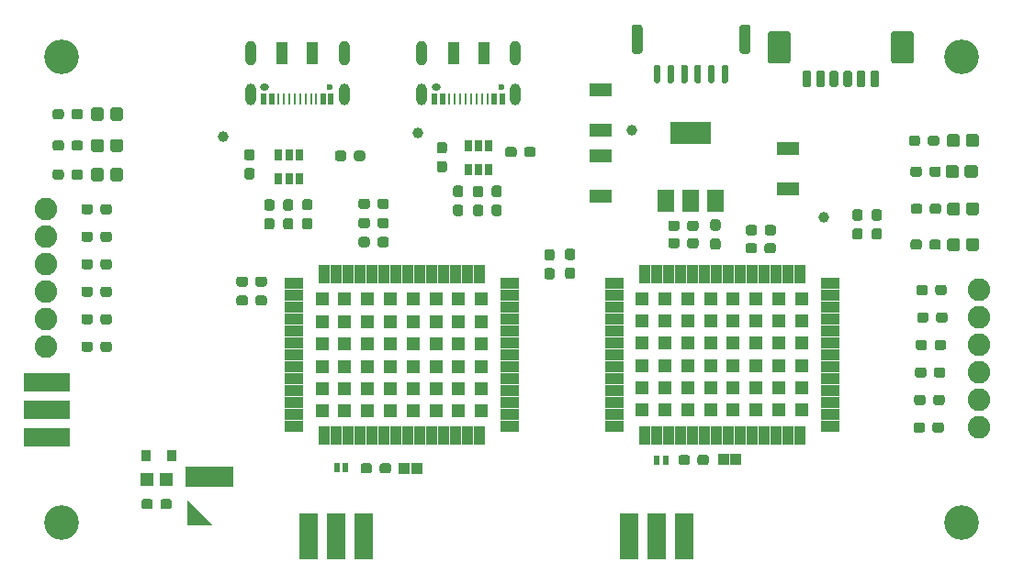
<source format=gbr>
%TF.GenerationSoftware,KiCad,Pcbnew,(5.1.6-0-10_14)*%
%TF.CreationDate,2020-10-02T15:43:10+07:00*%
%TF.ProjectId,ublox ZED-F9P (Full feature),75626c6f-7820-45a4-9544-2d4639502028,V1*%
%TF.SameCoordinates,Original*%
%TF.FileFunction,Soldermask,Top*%
%TF.FilePolarity,Negative*%
%FSLAX46Y46*%
G04 Gerber Fmt 4.6, Leading zero omitted, Abs format (unit mm)*
G04 Created by KiCad (PCBNEW (5.1.6-0-10_14)) date 2020-10-02 15:43:10*
%MOMM*%
%LPD*%
G01*
G04 APERTURE LIST*
%ADD10C,0.100000*%
%ADD11R,1.303200X1.203200*%
%ADD12C,1.000000*%
%ADD13R,2.000000X1.250000*%
%ADD14R,1.000000X2.000000*%
%ADD15O,1.000000X2.300000*%
%ADD16O,0.850000X0.600000*%
%ADD17C,0.600000*%
%ADD18O,1.000000X2.000000*%
%ADD19R,0.270000X1.000000*%
%ADD20R,0.520000X1.000000*%
%ADD21R,0.650000X1.060000*%
%ADD22R,1.303200X1.303200*%
%ADD23R,1.723200X1.053200*%
%ADD24R,1.053200X1.723200*%
%ADD25C,3.200000*%
%ADD26R,1.203200X1.203200*%
%ADD27R,4.403200X1.903200*%
%ADD28R,1.500000X2.000000*%
%ADD29R,3.800000X2.000000*%
%ADD30C,2.082800*%
%ADD31R,0.603200X0.903200*%
%ADD32R,1.703200X4.203200*%
%ADD33R,4.203200X1.703200*%
%ADD34R,0.833200X1.033200*%
%ADD35R,1.053200X1.103200*%
G04 APERTURE END LIST*
D10*
%TO.C,BT1*%
G36*
X139277600Y-91412500D02*
G01*
X135077600Y-91412500D01*
X135077600Y-93112500D01*
X139277600Y-93112500D01*
X139277600Y-91412500D01*
G37*
G36*
X137497600Y-96792500D02*
G01*
X135097600Y-96792500D01*
X135097600Y-94392500D01*
X137497600Y-96792500D01*
G37*
%TO.C,FB2*%
G36*
X178215400Y-91080600D02*
G01*
X178634500Y-91080600D01*
X178634500Y-90369400D01*
X178215400Y-90369400D01*
X178215400Y-91080600D01*
G37*
G36*
X179015500Y-91080600D02*
G01*
X179434600Y-91080600D01*
X179434600Y-90369400D01*
X179015500Y-90369400D01*
X179015500Y-91080600D01*
G37*
%TO.C,FB1*%
G36*
X148690400Y-91805600D02*
G01*
X149109500Y-91805600D01*
X149109500Y-91094400D01*
X148690400Y-91094400D01*
X148690400Y-91805600D01*
G37*
G36*
X149490500Y-91805600D02*
G01*
X149909600Y-91805600D01*
X149909600Y-91094400D01*
X149490500Y-91094400D01*
X149490500Y-91805600D01*
G37*
%TD*%
D11*
%TO.C,R5*%
X131437200Y-92516500D03*
X133137200Y-92516500D03*
%TD*%
%TO.C,R14*%
G36*
G01*
X152850000Y-91737500D02*
X152850000Y-91262500D01*
G75*
G02*
X153087500Y-91025000I237500J0D01*
G01*
X153662500Y-91025000D01*
G75*
G02*
X153900000Y-91262500I0J-237500D01*
G01*
X153900000Y-91737500D01*
G75*
G02*
X153662500Y-91975000I-237500J0D01*
G01*
X153087500Y-91975000D01*
G75*
G02*
X152850000Y-91737500I0J237500D01*
G01*
G37*
G36*
G01*
X151100000Y-91737500D02*
X151100000Y-91262500D01*
G75*
G02*
X151337500Y-91025000I237500J0D01*
G01*
X151912500Y-91025000D01*
G75*
G02*
X152150000Y-91262500I0J-237500D01*
G01*
X152150000Y-91737500D01*
G75*
G02*
X151912500Y-91975000I-237500J0D01*
G01*
X151337500Y-91975000D01*
G75*
G02*
X151100000Y-91737500I0J237500D01*
G01*
G37*
%TD*%
%TO.C,R7*%
G36*
G01*
X182150000Y-90962500D02*
X182150000Y-90487500D01*
G75*
G02*
X182387500Y-90250000I237500J0D01*
G01*
X182962500Y-90250000D01*
G75*
G02*
X183200000Y-90487500I0J-237500D01*
G01*
X183200000Y-90962500D01*
G75*
G02*
X182962500Y-91200000I-237500J0D01*
G01*
X182387500Y-91200000D01*
G75*
G02*
X182150000Y-90962500I0J237500D01*
G01*
G37*
G36*
G01*
X180400000Y-90962500D02*
X180400000Y-90487500D01*
G75*
G02*
X180637500Y-90250000I237500J0D01*
G01*
X181212500Y-90250000D01*
G75*
G02*
X181450000Y-90487500I0J-237500D01*
G01*
X181450000Y-90962500D01*
G75*
G02*
X181212500Y-91200000I-237500J0D01*
G01*
X180637500Y-91200000D01*
G75*
G02*
X180400000Y-90962500I0J237500D01*
G01*
G37*
%TD*%
%TO.C,R27*%
G36*
G01*
X181200000Y-70937500D02*
X181200000Y-70462500D01*
G75*
G02*
X181437500Y-70225000I237500J0D01*
G01*
X182012500Y-70225000D01*
G75*
G02*
X182250000Y-70462500I0J-237500D01*
G01*
X182250000Y-70937500D01*
G75*
G02*
X182012500Y-71175000I-237500J0D01*
G01*
X181437500Y-71175000D01*
G75*
G02*
X181200000Y-70937500I0J237500D01*
G01*
G37*
G36*
G01*
X179450000Y-70937500D02*
X179450000Y-70462500D01*
G75*
G02*
X179687500Y-70225000I237500J0D01*
G01*
X180262500Y-70225000D01*
G75*
G02*
X180500000Y-70462500I0J-237500D01*
G01*
X180500000Y-70937500D01*
G75*
G02*
X180262500Y-71175000I-237500J0D01*
G01*
X179687500Y-71175000D01*
G75*
G02*
X179450000Y-70937500I0J237500D01*
G01*
G37*
%TD*%
%TO.C,C11*%
G36*
G01*
X187651200Y-69260900D02*
X187651200Y-69735900D01*
G75*
G02*
X187413700Y-69973400I-237500J0D01*
G01*
X186838700Y-69973400D01*
G75*
G02*
X186601200Y-69735900I0J237500D01*
G01*
X186601200Y-69260900D01*
G75*
G02*
X186838700Y-69023400I237500J0D01*
G01*
X187413700Y-69023400D01*
G75*
G02*
X187651200Y-69260900I0J-237500D01*
G01*
G37*
G36*
G01*
X189401200Y-69260900D02*
X189401200Y-69735900D01*
G75*
G02*
X189163700Y-69973400I-237500J0D01*
G01*
X188588700Y-69973400D01*
G75*
G02*
X188351200Y-69735900I0J237500D01*
G01*
X188351200Y-69260900D01*
G75*
G02*
X188588700Y-69023400I237500J0D01*
G01*
X189163700Y-69023400D01*
G75*
G02*
X189401200Y-69260900I0J-237500D01*
G01*
G37*
%TD*%
%TO.C,C10*%
G36*
G01*
X188327600Y-71412300D02*
X188327600Y-70937300D01*
G75*
G02*
X188565100Y-70699800I237500J0D01*
G01*
X189140100Y-70699800D01*
G75*
G02*
X189377600Y-70937300I0J-237500D01*
G01*
X189377600Y-71412300D01*
G75*
G02*
X189140100Y-71649800I-237500J0D01*
G01*
X188565100Y-71649800D01*
G75*
G02*
X188327600Y-71412300I0J237500D01*
G01*
G37*
G36*
G01*
X186577600Y-71412300D02*
X186577600Y-70937300D01*
G75*
G02*
X186815100Y-70699800I237500J0D01*
G01*
X187390100Y-70699800D01*
G75*
G02*
X187627600Y-70937300I0J-237500D01*
G01*
X187627600Y-71412300D01*
G75*
G02*
X187390100Y-71649800I-237500J0D01*
G01*
X186815100Y-71649800D01*
G75*
G02*
X186577600Y-71412300I0J237500D01*
G01*
G37*
%TD*%
%TO.C,C5*%
G36*
G01*
X184037500Y-69550000D02*
X183562500Y-69550000D01*
G75*
G02*
X183325000Y-69312500I0J237500D01*
G01*
X183325000Y-68737500D01*
G75*
G02*
X183562500Y-68500000I237500J0D01*
G01*
X184037500Y-68500000D01*
G75*
G02*
X184275000Y-68737500I0J-237500D01*
G01*
X184275000Y-69312500D01*
G75*
G02*
X184037500Y-69550000I-237500J0D01*
G01*
G37*
G36*
G01*
X184037500Y-71300000D02*
X183562500Y-71300000D01*
G75*
G02*
X183325000Y-71062500I0J237500D01*
G01*
X183325000Y-70487500D01*
G75*
G02*
X183562500Y-70250000I237500J0D01*
G01*
X184037500Y-70250000D01*
G75*
G02*
X184275000Y-70487500I0J-237500D01*
G01*
X184275000Y-71062500D01*
G75*
G02*
X184037500Y-71300000I-237500J0D01*
G01*
G37*
%TD*%
%TO.C,C4*%
G36*
G01*
X181200000Y-69337500D02*
X181200000Y-68862500D01*
G75*
G02*
X181437500Y-68625000I237500J0D01*
G01*
X182012500Y-68625000D01*
G75*
G02*
X182250000Y-68862500I0J-237500D01*
G01*
X182250000Y-69337500D01*
G75*
G02*
X182012500Y-69575000I-237500J0D01*
G01*
X181437500Y-69575000D01*
G75*
G02*
X181200000Y-69337500I0J237500D01*
G01*
G37*
G36*
G01*
X179450000Y-69337500D02*
X179450000Y-68862500D01*
G75*
G02*
X179687500Y-68625000I237500J0D01*
G01*
X180262500Y-68625000D01*
G75*
G02*
X180500000Y-68862500I0J-237500D01*
G01*
X180500000Y-69337500D01*
G75*
G02*
X180262500Y-69575000I-237500J0D01*
G01*
X179687500Y-69575000D01*
G75*
G02*
X179450000Y-69337500I0J237500D01*
G01*
G37*
%TD*%
%TO.C,C3*%
G36*
G01*
X131937200Y-94565000D02*
X131937200Y-95040000D01*
G75*
G02*
X131699700Y-95277500I-237500J0D01*
G01*
X131124700Y-95277500D01*
G75*
G02*
X130887200Y-95040000I0J237500D01*
G01*
X130887200Y-94565000D01*
G75*
G02*
X131124700Y-94327500I237500J0D01*
G01*
X131699700Y-94327500D01*
G75*
G02*
X131937200Y-94565000I0J-237500D01*
G01*
G37*
G36*
G01*
X133687200Y-94565000D02*
X133687200Y-95040000D01*
G75*
G02*
X133449700Y-95277500I-237500J0D01*
G01*
X132874700Y-95277500D01*
G75*
G02*
X132637200Y-95040000I0J237500D01*
G01*
X132637200Y-94565000D01*
G75*
G02*
X132874700Y-94327500I237500J0D01*
G01*
X133449700Y-94327500D01*
G75*
G02*
X133687200Y-94565000I0J-237500D01*
G01*
G37*
%TD*%
%TO.C,R13*%
G36*
G01*
X123737200Y-58551900D02*
X123737200Y-59026900D01*
G75*
G02*
X123499700Y-59264400I-237500J0D01*
G01*
X122924700Y-59264400D01*
G75*
G02*
X122687200Y-59026900I0J237500D01*
G01*
X122687200Y-58551900D01*
G75*
G02*
X122924700Y-58314400I237500J0D01*
G01*
X123499700Y-58314400D01*
G75*
G02*
X123737200Y-58551900I0J-237500D01*
G01*
G37*
G36*
G01*
X125487200Y-58551900D02*
X125487200Y-59026900D01*
G75*
G02*
X125249700Y-59264400I-237500J0D01*
G01*
X124674700Y-59264400D01*
G75*
G02*
X124437200Y-59026900I0J237500D01*
G01*
X124437200Y-58551900D01*
G75*
G02*
X124674700Y-58314400I237500J0D01*
G01*
X125249700Y-58314400D01*
G75*
G02*
X125487200Y-58551900I0J-237500D01*
G01*
G37*
%TD*%
%TO.C,R12*%
G36*
G01*
X123737200Y-61441100D02*
X123737200Y-61916100D01*
G75*
G02*
X123499700Y-62153600I-237500J0D01*
G01*
X122924700Y-62153600D01*
G75*
G02*
X122687200Y-61916100I0J237500D01*
G01*
X122687200Y-61441100D01*
G75*
G02*
X122924700Y-61203600I237500J0D01*
G01*
X123499700Y-61203600D01*
G75*
G02*
X123737200Y-61441100I0J-237500D01*
G01*
G37*
G36*
G01*
X125487200Y-61441100D02*
X125487200Y-61916100D01*
G75*
G02*
X125249700Y-62153600I-237500J0D01*
G01*
X124674700Y-62153600D01*
G75*
G02*
X124437200Y-61916100I0J237500D01*
G01*
X124437200Y-61441100D01*
G75*
G02*
X124674700Y-61203600I237500J0D01*
G01*
X125249700Y-61203600D01*
G75*
G02*
X125487200Y-61441100I0J-237500D01*
G01*
G37*
%TD*%
%TO.C,R11*%
G36*
G01*
X123737200Y-64131100D02*
X123737200Y-64606100D01*
G75*
G02*
X123499700Y-64843600I-237500J0D01*
G01*
X122924700Y-64843600D01*
G75*
G02*
X122687200Y-64606100I0J237500D01*
G01*
X122687200Y-64131100D01*
G75*
G02*
X122924700Y-63893600I237500J0D01*
G01*
X123499700Y-63893600D01*
G75*
G02*
X123737200Y-64131100I0J-237500D01*
G01*
G37*
G36*
G01*
X125487200Y-64131100D02*
X125487200Y-64606100D01*
G75*
G02*
X125249700Y-64843600I-237500J0D01*
G01*
X124674700Y-64843600D01*
G75*
G02*
X124437200Y-64606100I0J237500D01*
G01*
X124437200Y-64131100D01*
G75*
G02*
X124674700Y-63893600I237500J0D01*
G01*
X125249700Y-63893600D01*
G75*
G02*
X125487200Y-64131100I0J-237500D01*
G01*
G37*
%TD*%
D12*
%TO.C,TP4*%
X176100000Y-60300000D03*
%TD*%
%TO.C,R21*%
G36*
G01*
X126409600Y-72406500D02*
X126409600Y-72881500D01*
G75*
G02*
X126172100Y-73119000I-237500J0D01*
G01*
X125597100Y-73119000D01*
G75*
G02*
X125359600Y-72881500I0J237500D01*
G01*
X125359600Y-72406500D01*
G75*
G02*
X125597100Y-72169000I237500J0D01*
G01*
X126172100Y-72169000D01*
G75*
G02*
X126409600Y-72406500I0J-237500D01*
G01*
G37*
G36*
G01*
X128159600Y-72406500D02*
X128159600Y-72881500D01*
G75*
G02*
X127922100Y-73119000I-237500J0D01*
G01*
X127347100Y-73119000D01*
G75*
G02*
X127109600Y-72881500I0J237500D01*
G01*
X127109600Y-72406500D01*
G75*
G02*
X127347100Y-72169000I237500J0D01*
G01*
X127922100Y-72169000D01*
G75*
G02*
X128159600Y-72406500I0J-237500D01*
G01*
G37*
%TD*%
%TO.C,R20*%
G36*
G01*
X126409600Y-77486500D02*
X126409600Y-77961500D01*
G75*
G02*
X126172100Y-78199000I-237500J0D01*
G01*
X125597100Y-78199000D01*
G75*
G02*
X125359600Y-77961500I0J237500D01*
G01*
X125359600Y-77486500D01*
G75*
G02*
X125597100Y-77249000I237500J0D01*
G01*
X126172100Y-77249000D01*
G75*
G02*
X126409600Y-77486500I0J-237500D01*
G01*
G37*
G36*
G01*
X128159600Y-77486500D02*
X128159600Y-77961500D01*
G75*
G02*
X127922100Y-78199000I-237500J0D01*
G01*
X127347100Y-78199000D01*
G75*
G02*
X127109600Y-77961500I0J237500D01*
G01*
X127109600Y-77486500D01*
G75*
G02*
X127347100Y-77249000I237500J0D01*
G01*
X127922100Y-77249000D01*
G75*
G02*
X128159600Y-77486500I0J-237500D01*
G01*
G37*
%TD*%
%TO.C,R19*%
G36*
G01*
X126409600Y-74946500D02*
X126409600Y-75421500D01*
G75*
G02*
X126172100Y-75659000I-237500J0D01*
G01*
X125597100Y-75659000D01*
G75*
G02*
X125359600Y-75421500I0J237500D01*
G01*
X125359600Y-74946500D01*
G75*
G02*
X125597100Y-74709000I237500J0D01*
G01*
X126172100Y-74709000D01*
G75*
G02*
X126409600Y-74946500I0J-237500D01*
G01*
G37*
G36*
G01*
X128159600Y-74946500D02*
X128159600Y-75421500D01*
G75*
G02*
X127922100Y-75659000I-237500J0D01*
G01*
X127347100Y-75659000D01*
G75*
G02*
X127109600Y-75421500I0J237500D01*
G01*
X127109600Y-74946500D01*
G75*
G02*
X127347100Y-74709000I237500J0D01*
G01*
X127922100Y-74709000D01*
G75*
G02*
X128159600Y-74946500I0J-237500D01*
G01*
G37*
%TD*%
%TO.C,R18*%
G36*
G01*
X126409600Y-80026500D02*
X126409600Y-80501500D01*
G75*
G02*
X126172100Y-80739000I-237500J0D01*
G01*
X125597100Y-80739000D01*
G75*
G02*
X125359600Y-80501500I0J237500D01*
G01*
X125359600Y-80026500D01*
G75*
G02*
X125597100Y-79789000I237500J0D01*
G01*
X126172100Y-79789000D01*
G75*
G02*
X126409600Y-80026500I0J-237500D01*
G01*
G37*
G36*
G01*
X128159600Y-80026500D02*
X128159600Y-80501500D01*
G75*
G02*
X127922100Y-80739000I-237500J0D01*
G01*
X127347100Y-80739000D01*
G75*
G02*
X127109600Y-80501500I0J237500D01*
G01*
X127109600Y-80026500D01*
G75*
G02*
X127347100Y-79789000I237500J0D01*
G01*
X127922100Y-79789000D01*
G75*
G02*
X128159600Y-80026500I0J-237500D01*
G01*
G37*
%TD*%
%TO.C,R6*%
G36*
G01*
X198916300Y-68622800D02*
X198441300Y-68622800D01*
G75*
G02*
X198203800Y-68385300I0J237500D01*
G01*
X198203800Y-67810300D01*
G75*
G02*
X198441300Y-67572800I237500J0D01*
G01*
X198916300Y-67572800D01*
G75*
G02*
X199153800Y-67810300I0J-237500D01*
G01*
X199153800Y-68385300D01*
G75*
G02*
X198916300Y-68622800I-237500J0D01*
G01*
G37*
G36*
G01*
X198916300Y-70372800D02*
X198441300Y-70372800D01*
G75*
G02*
X198203800Y-70135300I0J237500D01*
G01*
X198203800Y-69560300D01*
G75*
G02*
X198441300Y-69322800I237500J0D01*
G01*
X198916300Y-69322800D01*
G75*
G02*
X199153800Y-69560300I0J-237500D01*
G01*
X199153800Y-70135300D01*
G75*
G02*
X198916300Y-70372800I-237500J0D01*
G01*
G37*
%TD*%
%TO.C,R4*%
G36*
G01*
X197138300Y-68622800D02*
X196663300Y-68622800D01*
G75*
G02*
X196425800Y-68385300I0J237500D01*
G01*
X196425800Y-67810300D01*
G75*
G02*
X196663300Y-67572800I237500J0D01*
G01*
X197138300Y-67572800D01*
G75*
G02*
X197375800Y-67810300I0J-237500D01*
G01*
X197375800Y-68385300D01*
G75*
G02*
X197138300Y-68622800I-237500J0D01*
G01*
G37*
G36*
G01*
X197138300Y-70372800D02*
X196663300Y-70372800D01*
G75*
G02*
X196425800Y-70135300I0J237500D01*
G01*
X196425800Y-69560300D01*
G75*
G02*
X196663300Y-69322800I237500J0D01*
G01*
X197138300Y-69322800D01*
G75*
G02*
X197375800Y-69560300I0J-237500D01*
G01*
X197375800Y-70135300D01*
G75*
G02*
X197138300Y-70372800I-237500J0D01*
G01*
G37*
%TD*%
%TO.C,C6*%
G36*
G01*
X144187500Y-68400000D02*
X144662500Y-68400000D01*
G75*
G02*
X144900000Y-68637500I0J-237500D01*
G01*
X144900000Y-69212500D01*
G75*
G02*
X144662500Y-69450000I-237500J0D01*
G01*
X144187500Y-69450000D01*
G75*
G02*
X143950000Y-69212500I0J237500D01*
G01*
X143950000Y-68637500D01*
G75*
G02*
X144187500Y-68400000I237500J0D01*
G01*
G37*
G36*
G01*
X144187500Y-66650000D02*
X144662500Y-66650000D01*
G75*
G02*
X144900000Y-66887500I0J-237500D01*
G01*
X144900000Y-67462500D01*
G75*
G02*
X144662500Y-67700000I-237500J0D01*
G01*
X144187500Y-67700000D01*
G75*
G02*
X143950000Y-67462500I0J237500D01*
G01*
X143950000Y-66887500D01*
G75*
G02*
X144187500Y-66650000I237500J0D01*
G01*
G37*
%TD*%
%TO.C,R32*%
G36*
G01*
X203883280Y-85429100D02*
X203883280Y-84954100D01*
G75*
G02*
X204120780Y-84716600I237500J0D01*
G01*
X204695780Y-84716600D01*
G75*
G02*
X204933280Y-84954100I0J-237500D01*
G01*
X204933280Y-85429100D01*
G75*
G02*
X204695780Y-85666600I-237500J0D01*
G01*
X204120780Y-85666600D01*
G75*
G02*
X203883280Y-85429100I0J237500D01*
G01*
G37*
G36*
G01*
X202133280Y-85429100D02*
X202133280Y-84954100D01*
G75*
G02*
X202370780Y-84716600I237500J0D01*
G01*
X202945780Y-84716600D01*
G75*
G02*
X203183280Y-84954100I0J-237500D01*
G01*
X203183280Y-85429100D01*
G75*
G02*
X202945780Y-85666600I-237500J0D01*
G01*
X202370780Y-85666600D01*
G75*
G02*
X202133280Y-85429100I0J237500D01*
G01*
G37*
%TD*%
%TO.C,R8*%
G36*
G01*
X159846000Y-67138000D02*
X160321000Y-67138000D01*
G75*
G02*
X160558500Y-67375500I0J-237500D01*
G01*
X160558500Y-67950500D01*
G75*
G02*
X160321000Y-68188000I-237500J0D01*
G01*
X159846000Y-68188000D01*
G75*
G02*
X159608500Y-67950500I0J237500D01*
G01*
X159608500Y-67375500D01*
G75*
G02*
X159846000Y-67138000I237500J0D01*
G01*
G37*
G36*
G01*
X159846000Y-65388000D02*
X160321000Y-65388000D01*
G75*
G02*
X160558500Y-65625500I0J-237500D01*
G01*
X160558500Y-66200500D01*
G75*
G02*
X160321000Y-66438000I-237500J0D01*
G01*
X159846000Y-66438000D01*
G75*
G02*
X159608500Y-66200500I0J237500D01*
G01*
X159608500Y-65625500D01*
G75*
G02*
X159846000Y-65388000I237500J0D01*
G01*
G37*
%TD*%
%TO.C,R25*%
G36*
G01*
X126409600Y-67326500D02*
X126409600Y-67801500D01*
G75*
G02*
X126172100Y-68039000I-237500J0D01*
G01*
X125597100Y-68039000D01*
G75*
G02*
X125359600Y-67801500I0J237500D01*
G01*
X125359600Y-67326500D01*
G75*
G02*
X125597100Y-67089000I237500J0D01*
G01*
X126172100Y-67089000D01*
G75*
G02*
X126409600Y-67326500I0J-237500D01*
G01*
G37*
G36*
G01*
X128159600Y-67326500D02*
X128159600Y-67801500D01*
G75*
G02*
X127922100Y-68039000I-237500J0D01*
G01*
X127347100Y-68039000D01*
G75*
G02*
X127109600Y-67801500I0J237500D01*
G01*
X127109600Y-67326500D01*
G75*
G02*
X127347100Y-67089000I237500J0D01*
G01*
X127922100Y-67089000D01*
G75*
G02*
X128159600Y-67326500I0J-237500D01*
G01*
G37*
%TD*%
%TO.C,R24*%
G36*
G01*
X126409600Y-69866500D02*
X126409600Y-70341500D01*
G75*
G02*
X126172100Y-70579000I-237500J0D01*
G01*
X125597100Y-70579000D01*
G75*
G02*
X125359600Y-70341500I0J237500D01*
G01*
X125359600Y-69866500D01*
G75*
G02*
X125597100Y-69629000I237500J0D01*
G01*
X126172100Y-69629000D01*
G75*
G02*
X126409600Y-69866500I0J-237500D01*
G01*
G37*
G36*
G01*
X128159600Y-69866500D02*
X128159600Y-70341500D01*
G75*
G02*
X127922100Y-70579000I-237500J0D01*
G01*
X127347100Y-70579000D01*
G75*
G02*
X127109600Y-70341500I0J237500D01*
G01*
X127109600Y-69866500D01*
G75*
G02*
X127347100Y-69629000I237500J0D01*
G01*
X127922100Y-69629000D01*
G75*
G02*
X128159600Y-69866500I0J-237500D01*
G01*
G37*
%TD*%
%TO.C,R33*%
G36*
G01*
X204014640Y-80349100D02*
X204014640Y-79874100D01*
G75*
G02*
X204252140Y-79636600I237500J0D01*
G01*
X204827140Y-79636600D01*
G75*
G02*
X205064640Y-79874100I0J-237500D01*
G01*
X205064640Y-80349100D01*
G75*
G02*
X204827140Y-80586600I-237500J0D01*
G01*
X204252140Y-80586600D01*
G75*
G02*
X204014640Y-80349100I0J237500D01*
G01*
G37*
G36*
G01*
X202264640Y-80349100D02*
X202264640Y-79874100D01*
G75*
G02*
X202502140Y-79636600I237500J0D01*
G01*
X203077140Y-79636600D01*
G75*
G02*
X203314640Y-79874100I0J-237500D01*
G01*
X203314640Y-80349100D01*
G75*
G02*
X203077140Y-80586600I-237500J0D01*
G01*
X202502140Y-80586600D01*
G75*
G02*
X202264640Y-80349100I0J237500D01*
G01*
G37*
%TD*%
%TO.C,R29*%
G36*
G01*
X203817600Y-87969100D02*
X203817600Y-87494100D01*
G75*
G02*
X204055100Y-87256600I237500J0D01*
G01*
X204630100Y-87256600D01*
G75*
G02*
X204867600Y-87494100I0J-237500D01*
G01*
X204867600Y-87969100D01*
G75*
G02*
X204630100Y-88206600I-237500J0D01*
G01*
X204055100Y-88206600D01*
G75*
G02*
X203817600Y-87969100I0J237500D01*
G01*
G37*
G36*
G01*
X202067600Y-87969100D02*
X202067600Y-87494100D01*
G75*
G02*
X202305100Y-87256600I237500J0D01*
G01*
X202880100Y-87256600D01*
G75*
G02*
X203117600Y-87494100I0J-237500D01*
G01*
X203117600Y-87969100D01*
G75*
G02*
X202880100Y-88206600I-237500J0D01*
G01*
X202305100Y-88206600D01*
G75*
G02*
X202067600Y-87969100I0J237500D01*
G01*
G37*
%TD*%
%TO.C,R28*%
G36*
G01*
X203948960Y-82889100D02*
X203948960Y-82414100D01*
G75*
G02*
X204186460Y-82176600I237500J0D01*
G01*
X204761460Y-82176600D01*
G75*
G02*
X204998960Y-82414100I0J-237500D01*
G01*
X204998960Y-82889100D01*
G75*
G02*
X204761460Y-83126600I-237500J0D01*
G01*
X204186460Y-83126600D01*
G75*
G02*
X203948960Y-82889100I0J237500D01*
G01*
G37*
G36*
G01*
X202198960Y-82889100D02*
X202198960Y-82414100D01*
G75*
G02*
X202436460Y-82176600I237500J0D01*
G01*
X203011460Y-82176600D01*
G75*
G02*
X203248960Y-82414100I0J-237500D01*
G01*
X203248960Y-82889100D01*
G75*
G02*
X203011460Y-83126600I-237500J0D01*
G01*
X202436460Y-83126600D01*
G75*
G02*
X202198960Y-82889100I0J237500D01*
G01*
G37*
%TD*%
%TO.C,R1*%
G36*
G01*
X202683200Y-61004300D02*
X202683200Y-61479300D01*
G75*
G02*
X202445700Y-61716800I-237500J0D01*
G01*
X201870700Y-61716800D01*
G75*
G02*
X201633200Y-61479300I0J237500D01*
G01*
X201633200Y-61004300D01*
G75*
G02*
X201870700Y-60766800I237500J0D01*
G01*
X202445700Y-60766800D01*
G75*
G02*
X202683200Y-61004300I0J-237500D01*
G01*
G37*
G36*
G01*
X204433200Y-61004300D02*
X204433200Y-61479300D01*
G75*
G02*
X204195700Y-61716800I-237500J0D01*
G01*
X203620700Y-61716800D01*
G75*
G02*
X203383200Y-61479300I0J237500D01*
G01*
X203383200Y-61004300D01*
G75*
G02*
X203620700Y-60766800I237500J0D01*
G01*
X204195700Y-60766800D01*
G75*
G02*
X204433200Y-61004300I0J-237500D01*
G01*
G37*
%TD*%
%TO.C,R37*%
G36*
G01*
X202833200Y-63865000D02*
X202833200Y-64340000D01*
G75*
G02*
X202595700Y-64577500I-237500J0D01*
G01*
X202020700Y-64577500D01*
G75*
G02*
X201783200Y-64340000I0J237500D01*
G01*
X201783200Y-63865000D01*
G75*
G02*
X202020700Y-63627500I237500J0D01*
G01*
X202595700Y-63627500D01*
G75*
G02*
X202833200Y-63865000I0J-237500D01*
G01*
G37*
G36*
G01*
X204583200Y-63865000D02*
X204583200Y-64340000D01*
G75*
G02*
X204345700Y-64577500I-237500J0D01*
G01*
X203770700Y-64577500D01*
G75*
G02*
X203533200Y-64340000I0J237500D01*
G01*
X203533200Y-63865000D01*
G75*
G02*
X203770700Y-63627500I237500J0D01*
G01*
X204345700Y-63627500D01*
G75*
G02*
X204583200Y-63865000I0J-237500D01*
G01*
G37*
%TD*%
%TO.C,R36*%
G36*
G01*
X202872200Y-67294000D02*
X202872200Y-67769000D01*
G75*
G02*
X202634700Y-68006500I-237500J0D01*
G01*
X202059700Y-68006500D01*
G75*
G02*
X201822200Y-67769000I0J237500D01*
G01*
X201822200Y-67294000D01*
G75*
G02*
X202059700Y-67056500I237500J0D01*
G01*
X202634700Y-67056500D01*
G75*
G02*
X202872200Y-67294000I0J-237500D01*
G01*
G37*
G36*
G01*
X204622200Y-67294000D02*
X204622200Y-67769000D01*
G75*
G02*
X204384700Y-68006500I-237500J0D01*
G01*
X203809700Y-68006500D01*
G75*
G02*
X203572200Y-67769000I0J237500D01*
G01*
X203572200Y-67294000D01*
G75*
G02*
X203809700Y-67056500I237500J0D01*
G01*
X204384700Y-67056500D01*
G75*
G02*
X204622200Y-67294000I0J-237500D01*
G01*
G37*
%TD*%
%TO.C,R35*%
G36*
G01*
X202833200Y-70596000D02*
X202833200Y-71071000D01*
G75*
G02*
X202595700Y-71308500I-237500J0D01*
G01*
X202020700Y-71308500D01*
G75*
G02*
X201783200Y-71071000I0J237500D01*
G01*
X201783200Y-70596000D01*
G75*
G02*
X202020700Y-70358500I237500J0D01*
G01*
X202595700Y-70358500D01*
G75*
G02*
X202833200Y-70596000I0J-237500D01*
G01*
G37*
G36*
G01*
X204583200Y-70596000D02*
X204583200Y-71071000D01*
G75*
G02*
X204345700Y-71308500I-237500J0D01*
G01*
X203770700Y-71308500D01*
G75*
G02*
X203533200Y-71071000I0J237500D01*
G01*
X203533200Y-70596000D01*
G75*
G02*
X203770700Y-70358500I237500J0D01*
G01*
X204345700Y-70358500D01*
G75*
G02*
X204583200Y-70596000I0J-237500D01*
G01*
G37*
%TD*%
%TO.C,R31*%
G36*
G01*
X204080320Y-75269100D02*
X204080320Y-74794100D01*
G75*
G02*
X204317820Y-74556600I237500J0D01*
G01*
X204892820Y-74556600D01*
G75*
G02*
X205130320Y-74794100I0J-237500D01*
G01*
X205130320Y-75269100D01*
G75*
G02*
X204892820Y-75506600I-237500J0D01*
G01*
X204317820Y-75506600D01*
G75*
G02*
X204080320Y-75269100I0J237500D01*
G01*
G37*
G36*
G01*
X202330320Y-75269100D02*
X202330320Y-74794100D01*
G75*
G02*
X202567820Y-74556600I237500J0D01*
G01*
X203142820Y-74556600D01*
G75*
G02*
X203380320Y-74794100I0J-237500D01*
G01*
X203380320Y-75269100D01*
G75*
G02*
X203142820Y-75506600I-237500J0D01*
G01*
X202567820Y-75506600D01*
G75*
G02*
X202330320Y-75269100I0J237500D01*
G01*
G37*
%TD*%
%TO.C,R30*%
G36*
G01*
X204146000Y-77809100D02*
X204146000Y-77334100D01*
G75*
G02*
X204383500Y-77096600I237500J0D01*
G01*
X204958500Y-77096600D01*
G75*
G02*
X205196000Y-77334100I0J-237500D01*
G01*
X205196000Y-77809100D01*
G75*
G02*
X204958500Y-78046600I-237500J0D01*
G01*
X204383500Y-78046600D01*
G75*
G02*
X204146000Y-77809100I0J237500D01*
G01*
G37*
G36*
G01*
X202396000Y-77809100D02*
X202396000Y-77334100D01*
G75*
G02*
X202633500Y-77096600I237500J0D01*
G01*
X203208500Y-77096600D01*
G75*
G02*
X203446000Y-77334100I0J-237500D01*
G01*
X203446000Y-77809100D01*
G75*
G02*
X203208500Y-78046600I-237500J0D01*
G01*
X202633500Y-78046600D01*
G75*
G02*
X202396000Y-77809100I0J237500D01*
G01*
G37*
%TD*%
%TO.C,R39*%
G36*
G01*
X140700000Y-75762500D02*
X140700000Y-76237500D01*
G75*
G02*
X140462500Y-76475000I-237500J0D01*
G01*
X139887500Y-76475000D01*
G75*
G02*
X139650000Y-76237500I0J237500D01*
G01*
X139650000Y-75762500D01*
G75*
G02*
X139887500Y-75525000I237500J0D01*
G01*
X140462500Y-75525000D01*
G75*
G02*
X140700000Y-75762500I0J-237500D01*
G01*
G37*
G36*
G01*
X142450000Y-75762500D02*
X142450000Y-76237500D01*
G75*
G02*
X142212500Y-76475000I-237500J0D01*
G01*
X141637500Y-76475000D01*
G75*
G02*
X141400000Y-76237500I0J237500D01*
G01*
X141400000Y-75762500D01*
G75*
G02*
X141637500Y-75525000I237500J0D01*
G01*
X142212500Y-75525000D01*
G75*
G02*
X142450000Y-75762500I0J-237500D01*
G01*
G37*
%TD*%
%TO.C,R38*%
G36*
G01*
X140700000Y-74012500D02*
X140700000Y-74487500D01*
G75*
G02*
X140462500Y-74725000I-237500J0D01*
G01*
X139887500Y-74725000D01*
G75*
G02*
X139650000Y-74487500I0J237500D01*
G01*
X139650000Y-74012500D01*
G75*
G02*
X139887500Y-73775000I237500J0D01*
G01*
X140462500Y-73775000D01*
G75*
G02*
X140700000Y-74012500I0J-237500D01*
G01*
G37*
G36*
G01*
X142450000Y-74012500D02*
X142450000Y-74487500D01*
G75*
G02*
X142212500Y-74725000I-237500J0D01*
G01*
X141637500Y-74725000D01*
G75*
G02*
X141400000Y-74487500I0J237500D01*
G01*
X141400000Y-74012500D01*
G75*
G02*
X141637500Y-73775000I237500J0D01*
G01*
X142212500Y-73775000D01*
G75*
G02*
X142450000Y-74012500I0J-237500D01*
G01*
G37*
%TD*%
%TO.C,R23*%
G36*
G01*
X168737500Y-72300000D02*
X168262500Y-72300000D01*
G75*
G02*
X168025000Y-72062500I0J237500D01*
G01*
X168025000Y-71487500D01*
G75*
G02*
X168262500Y-71250000I237500J0D01*
G01*
X168737500Y-71250000D01*
G75*
G02*
X168975000Y-71487500I0J-237500D01*
G01*
X168975000Y-72062500D01*
G75*
G02*
X168737500Y-72300000I-237500J0D01*
G01*
G37*
G36*
G01*
X168737500Y-74050000D02*
X168262500Y-74050000D01*
G75*
G02*
X168025000Y-73812500I0J237500D01*
G01*
X168025000Y-73237500D01*
G75*
G02*
X168262500Y-73000000I237500J0D01*
G01*
X168737500Y-73000000D01*
G75*
G02*
X168975000Y-73237500I0J-237500D01*
G01*
X168975000Y-73812500D01*
G75*
G02*
X168737500Y-74050000I-237500J0D01*
G01*
G37*
%TD*%
%TO.C,R22*%
G36*
G01*
X170637500Y-72250000D02*
X170162500Y-72250000D01*
G75*
G02*
X169925000Y-72012500I0J237500D01*
G01*
X169925000Y-71437500D01*
G75*
G02*
X170162500Y-71200000I237500J0D01*
G01*
X170637500Y-71200000D01*
G75*
G02*
X170875000Y-71437500I0J-237500D01*
G01*
X170875000Y-72012500D01*
G75*
G02*
X170637500Y-72250000I-237500J0D01*
G01*
G37*
G36*
G01*
X170637500Y-74000000D02*
X170162500Y-74000000D01*
G75*
G02*
X169925000Y-73762500I0J237500D01*
G01*
X169925000Y-73187500D01*
G75*
G02*
X170162500Y-72950000I237500J0D01*
G01*
X170637500Y-72950000D01*
G75*
G02*
X170875000Y-73187500I0J-237500D01*
G01*
X170875000Y-73762500D01*
G75*
G02*
X170637500Y-74000000I-237500J0D01*
G01*
G37*
%TD*%
%TO.C,R17*%
G36*
G01*
X149777600Y-62398900D02*
X149777600Y-62873900D01*
G75*
G02*
X149540100Y-63111400I-237500J0D01*
G01*
X148965100Y-63111400D01*
G75*
G02*
X148727600Y-62873900I0J237500D01*
G01*
X148727600Y-62398900D01*
G75*
G02*
X148965100Y-62161400I237500J0D01*
G01*
X149540100Y-62161400D01*
G75*
G02*
X149777600Y-62398900I0J-237500D01*
G01*
G37*
G36*
G01*
X151527600Y-62398900D02*
X151527600Y-62873900D01*
G75*
G02*
X151290100Y-63111400I-237500J0D01*
G01*
X150715100Y-63111400D01*
G75*
G02*
X150477600Y-62873900I0J237500D01*
G01*
X150477600Y-62398900D01*
G75*
G02*
X150715100Y-62161400I237500J0D01*
G01*
X151290100Y-62161400D01*
G75*
G02*
X151527600Y-62398900I0J-237500D01*
G01*
G37*
%TD*%
%TO.C,R16*%
G36*
G01*
X141080500Y-63060200D02*
X140605500Y-63060200D01*
G75*
G02*
X140368000Y-62822700I0J237500D01*
G01*
X140368000Y-62247700D01*
G75*
G02*
X140605500Y-62010200I237500J0D01*
G01*
X141080500Y-62010200D01*
G75*
G02*
X141318000Y-62247700I0J-237500D01*
G01*
X141318000Y-62822700D01*
G75*
G02*
X141080500Y-63060200I-237500J0D01*
G01*
G37*
G36*
G01*
X141080500Y-64810200D02*
X140605500Y-64810200D01*
G75*
G02*
X140368000Y-64572700I0J237500D01*
G01*
X140368000Y-63997700D01*
G75*
G02*
X140605500Y-63760200I237500J0D01*
G01*
X141080500Y-63760200D01*
G75*
G02*
X141318000Y-63997700I0J-237500D01*
G01*
X141318000Y-64572700D01*
G75*
G02*
X141080500Y-64810200I-237500J0D01*
G01*
G37*
%TD*%
%TO.C,R3*%
G36*
G01*
X165478100Y-62048000D02*
X165478100Y-62523000D01*
G75*
G02*
X165240600Y-62760500I-237500J0D01*
G01*
X164665600Y-62760500D01*
G75*
G02*
X164428100Y-62523000I0J237500D01*
G01*
X164428100Y-62048000D01*
G75*
G02*
X164665600Y-61810500I237500J0D01*
G01*
X165240600Y-61810500D01*
G75*
G02*
X165478100Y-62048000I0J-237500D01*
G01*
G37*
G36*
G01*
X167228100Y-62048000D02*
X167228100Y-62523000D01*
G75*
G02*
X166990600Y-62760500I-237500J0D01*
G01*
X166415600Y-62760500D01*
G75*
G02*
X166178100Y-62523000I0J237500D01*
G01*
X166178100Y-62048000D01*
G75*
G02*
X166415600Y-61810500I237500J0D01*
G01*
X166990600Y-61810500D01*
G75*
G02*
X167228100Y-62048000I0J-237500D01*
G01*
G37*
%TD*%
%TO.C,R2*%
G36*
G01*
X158835100Y-62412500D02*
X158360100Y-62412500D01*
G75*
G02*
X158122600Y-62175000I0J237500D01*
G01*
X158122600Y-61600000D01*
G75*
G02*
X158360100Y-61362500I237500J0D01*
G01*
X158835100Y-61362500D01*
G75*
G02*
X159072600Y-61600000I0J-237500D01*
G01*
X159072600Y-62175000D01*
G75*
G02*
X158835100Y-62412500I-237500J0D01*
G01*
G37*
G36*
G01*
X158835100Y-64162500D02*
X158360100Y-64162500D01*
G75*
G02*
X158122600Y-63925000I0J237500D01*
G01*
X158122600Y-63350000D01*
G75*
G02*
X158360100Y-63112500I237500J0D01*
G01*
X158835100Y-63112500D01*
G75*
G02*
X159072600Y-63350000I0J-237500D01*
G01*
X159072600Y-63925000D01*
G75*
G02*
X158835100Y-64162500I-237500J0D01*
G01*
G37*
%TD*%
%TO.C,C9*%
G36*
G01*
X161687500Y-67152000D02*
X162162500Y-67152000D01*
G75*
G02*
X162400000Y-67389500I0J-237500D01*
G01*
X162400000Y-67964500D01*
G75*
G02*
X162162500Y-68202000I-237500J0D01*
G01*
X161687500Y-68202000D01*
G75*
G02*
X161450000Y-67964500I0J237500D01*
G01*
X161450000Y-67389500D01*
G75*
G02*
X161687500Y-67152000I237500J0D01*
G01*
G37*
G36*
G01*
X161687500Y-65402000D02*
X162162500Y-65402000D01*
G75*
G02*
X162400000Y-65639500I0J-237500D01*
G01*
X162400000Y-66214500D01*
G75*
G02*
X162162500Y-66452000I-237500J0D01*
G01*
X161687500Y-66452000D01*
G75*
G02*
X161450000Y-66214500I0J237500D01*
G01*
X161450000Y-65639500D01*
G75*
G02*
X161687500Y-65402000I237500J0D01*
G01*
G37*
%TD*%
D13*
%TO.C,D1*%
X190500000Y-65725000D03*
X190500000Y-61975000D03*
%TD*%
%TO.C,C2*%
G36*
G01*
X152650000Y-70837500D02*
X152650000Y-70362500D01*
G75*
G02*
X152887500Y-70125000I237500J0D01*
G01*
X153462500Y-70125000D01*
G75*
G02*
X153700000Y-70362500I0J-237500D01*
G01*
X153700000Y-70837500D01*
G75*
G02*
X153462500Y-71075000I-237500J0D01*
G01*
X152887500Y-71075000D01*
G75*
G02*
X152650000Y-70837500I0J237500D01*
G01*
G37*
G36*
G01*
X150900000Y-70837500D02*
X150900000Y-70362500D01*
G75*
G02*
X151137500Y-70125000I237500J0D01*
G01*
X151712500Y-70125000D01*
G75*
G02*
X151950000Y-70362500I0J-237500D01*
G01*
X151950000Y-70837500D01*
G75*
G02*
X151712500Y-71075000I-237500J0D01*
G01*
X151137500Y-71075000D01*
G75*
G02*
X150900000Y-70837500I0J237500D01*
G01*
G37*
%TD*%
%TO.C,C7*%
G36*
G01*
X151950000Y-68612500D02*
X151950000Y-69087500D01*
G75*
G02*
X151712500Y-69325000I-237500J0D01*
G01*
X151137500Y-69325000D01*
G75*
G02*
X150900000Y-69087500I0J237500D01*
G01*
X150900000Y-68612500D01*
G75*
G02*
X151137500Y-68375000I237500J0D01*
G01*
X151712500Y-68375000D01*
G75*
G02*
X151950000Y-68612500I0J-237500D01*
G01*
G37*
G36*
G01*
X153700000Y-68612500D02*
X153700000Y-69087500D01*
G75*
G02*
X153462500Y-69325000I-237500J0D01*
G01*
X152887500Y-69325000D01*
G75*
G02*
X152650000Y-69087500I0J237500D01*
G01*
X152650000Y-68612500D01*
G75*
G02*
X152887500Y-68375000I237500J0D01*
G01*
X153462500Y-68375000D01*
G75*
G02*
X153700000Y-68612500I0J-237500D01*
G01*
G37*
%TD*%
%TO.C,R26*%
G36*
G01*
X163402000Y-67138000D02*
X163877000Y-67138000D01*
G75*
G02*
X164114500Y-67375500I0J-237500D01*
G01*
X164114500Y-67950500D01*
G75*
G02*
X163877000Y-68188000I-237500J0D01*
G01*
X163402000Y-68188000D01*
G75*
G02*
X163164500Y-67950500I0J237500D01*
G01*
X163164500Y-67375500D01*
G75*
G02*
X163402000Y-67138000I237500J0D01*
G01*
G37*
G36*
G01*
X163402000Y-65388000D02*
X163877000Y-65388000D01*
G75*
G02*
X164114500Y-65625500I0J-237500D01*
G01*
X164114500Y-66200500D01*
G75*
G02*
X163877000Y-66438000I-237500J0D01*
G01*
X163402000Y-66438000D01*
G75*
G02*
X163164500Y-66200500I0J237500D01*
G01*
X163164500Y-65625500D01*
G75*
G02*
X163402000Y-65388000I237500J0D01*
G01*
G37*
%TD*%
%TO.C,D8*%
X173250000Y-66375000D03*
X173250000Y-62625000D03*
%TD*%
%TO.C,D7*%
X173250000Y-56550000D03*
X173250000Y-60300000D03*
%TD*%
%TO.C,R15*%
G36*
G01*
X151950000Y-66837500D02*
X151950000Y-67312500D01*
G75*
G02*
X151712500Y-67550000I-237500J0D01*
G01*
X151137500Y-67550000D01*
G75*
G02*
X150900000Y-67312500I0J237500D01*
G01*
X150900000Y-66837500D01*
G75*
G02*
X151137500Y-66600000I237500J0D01*
G01*
X151712500Y-66600000D01*
G75*
G02*
X151950000Y-66837500I0J-237500D01*
G01*
G37*
G36*
G01*
X153700000Y-66837500D02*
X153700000Y-67312500D01*
G75*
G02*
X153462500Y-67550000I-237500J0D01*
G01*
X152887500Y-67550000D01*
G75*
G02*
X152650000Y-67312500I0J237500D01*
G01*
X152650000Y-66837500D01*
G75*
G02*
X152887500Y-66600000I237500J0D01*
G01*
X153462500Y-66600000D01*
G75*
G02*
X153700000Y-66837500I0J-237500D01*
G01*
G37*
%TD*%
%TO.C,R9*%
G36*
G01*
X142437500Y-68400000D02*
X142912500Y-68400000D01*
G75*
G02*
X143150000Y-68637500I0J-237500D01*
G01*
X143150000Y-69212500D01*
G75*
G02*
X142912500Y-69450000I-237500J0D01*
G01*
X142437500Y-69450000D01*
G75*
G02*
X142200000Y-69212500I0J237500D01*
G01*
X142200000Y-68637500D01*
G75*
G02*
X142437500Y-68400000I237500J0D01*
G01*
G37*
G36*
G01*
X142437500Y-66650000D02*
X142912500Y-66650000D01*
G75*
G02*
X143150000Y-66887500I0J-237500D01*
G01*
X143150000Y-67462500D01*
G75*
G02*
X142912500Y-67700000I-237500J0D01*
G01*
X142437500Y-67700000D01*
G75*
G02*
X142200000Y-67462500I0J237500D01*
G01*
X142200000Y-66887500D01*
G75*
G02*
X142437500Y-66650000I237500J0D01*
G01*
G37*
%TD*%
D14*
%TO.C,P2*%
X162436000Y-53178900D03*
X159636000Y-53178900D03*
D15*
X156716000Y-53178900D03*
D16*
X158036000Y-56278900D03*
D15*
X165356000Y-53178900D03*
D17*
X164036000Y-56278900D03*
D18*
X165356000Y-57003900D03*
X156716000Y-57003900D03*
D19*
X161286000Y-57378900D03*
X159286000Y-57378900D03*
X159786000Y-57378900D03*
X160286000Y-57378900D03*
X160786000Y-57378900D03*
X161786000Y-57378900D03*
X162286000Y-57378900D03*
X162786000Y-57378900D03*
D20*
X157936000Y-57378900D03*
X158686000Y-57378900D03*
X163386000Y-57378900D03*
X164136000Y-57378900D03*
X164136000Y-57378900D03*
X163386000Y-57378900D03*
X158686000Y-57378900D03*
X157936000Y-57378900D03*
%TD*%
D14*
%TO.C,P1*%
X146662600Y-53178900D03*
X143862600Y-53178900D03*
D15*
X140942600Y-53178900D03*
D16*
X142262600Y-56278900D03*
D15*
X149582600Y-53178900D03*
D17*
X148262600Y-56278900D03*
D18*
X149582600Y-57003900D03*
X140942600Y-57003900D03*
D19*
X145512600Y-57378900D03*
X143512600Y-57378900D03*
X144012600Y-57378900D03*
X144512600Y-57378900D03*
X145012600Y-57378900D03*
X146012600Y-57378900D03*
X146512600Y-57378900D03*
X147012600Y-57378900D03*
D20*
X142162600Y-57378900D03*
X142912600Y-57378900D03*
X147612600Y-57378900D03*
X148362600Y-57378900D03*
X148362600Y-57378900D03*
X147612600Y-57378900D03*
X142912600Y-57378900D03*
X142162600Y-57378900D03*
%TD*%
%TO.C,R10*%
G36*
G01*
X145937500Y-68375000D02*
X146412500Y-68375000D01*
G75*
G02*
X146650000Y-68612500I0J-237500D01*
G01*
X146650000Y-69187500D01*
G75*
G02*
X146412500Y-69425000I-237500J0D01*
G01*
X145937500Y-69425000D01*
G75*
G02*
X145700000Y-69187500I0J237500D01*
G01*
X145700000Y-68612500D01*
G75*
G02*
X145937500Y-68375000I237500J0D01*
G01*
G37*
G36*
G01*
X145937500Y-66625000D02*
X146412500Y-66625000D01*
G75*
G02*
X146650000Y-66862500I0J-237500D01*
G01*
X146650000Y-67437500D01*
G75*
G02*
X146412500Y-67675000I-237500J0D01*
G01*
X145937500Y-67675000D01*
G75*
G02*
X145700000Y-67437500I0J237500D01*
G01*
X145700000Y-66862500D01*
G75*
G02*
X145937500Y-66625000I237500J0D01*
G01*
G37*
%TD*%
D21*
%TO.C,D5*%
X161950400Y-63901500D03*
X162900400Y-63901500D03*
X161000400Y-63901500D03*
X161000400Y-61701500D03*
X161950400Y-61701500D03*
X162900400Y-61701500D03*
%TD*%
D12*
%TO.C,TP3*%
X138404600Y-60883800D03*
%TD*%
%TO.C,TP2*%
X156349700Y-60553600D03*
%TD*%
%TO.C,TP1*%
X193800000Y-68300000D03*
%TD*%
D21*
%TO.C,D6*%
X144490400Y-64760200D03*
X145440400Y-64760200D03*
X143540400Y-64760200D03*
X143540400Y-62560200D03*
X144490400Y-62560200D03*
X145440400Y-62560200D03*
%TD*%
D22*
%TO.C,U4*%
X191754000Y-82025200D03*
X189654000Y-82025200D03*
X187554000Y-82025200D03*
X185454000Y-82025200D03*
X191754000Y-84075200D03*
X189654000Y-84075200D03*
X187554000Y-84075200D03*
X185454000Y-84075200D03*
X191754000Y-86125200D03*
X189654000Y-86125200D03*
X187554000Y-86125200D03*
X185454000Y-86125200D03*
X191754000Y-75825200D03*
X189654000Y-75825200D03*
X187554000Y-75825200D03*
X185454000Y-75825200D03*
X191754000Y-77875200D03*
X189654000Y-77875200D03*
X187554000Y-77875200D03*
X185454000Y-77875200D03*
X191754000Y-79925200D03*
X189654000Y-79925200D03*
X187554000Y-79925200D03*
X185454000Y-79925200D03*
X177054000Y-79925200D03*
X179154000Y-79925200D03*
X181254000Y-79925200D03*
X183354000Y-79925200D03*
X177054000Y-77875200D03*
X179154000Y-77875200D03*
X181254000Y-77875200D03*
X183354000Y-77875200D03*
X177054000Y-75825200D03*
X179154000Y-75825200D03*
X181254000Y-75825200D03*
X183354000Y-75825200D03*
X177054000Y-86125200D03*
X179154000Y-86125200D03*
X181254000Y-86125200D03*
X183354000Y-86125200D03*
X177054000Y-84075200D03*
X179154000Y-84075200D03*
X181254000Y-84075200D03*
X183354000Y-84075200D03*
X177054000Y-82025200D03*
X179154000Y-82025200D03*
X181254000Y-82025200D03*
X183354000Y-82025200D03*
D23*
X174454000Y-87575200D03*
X174454000Y-86475200D03*
X174454000Y-85375200D03*
X174454000Y-84275200D03*
X174454000Y-83175200D03*
X174454000Y-82075200D03*
X174454000Y-80975200D03*
X174454000Y-79875200D03*
X174454000Y-78775200D03*
X174454000Y-77675200D03*
X174454000Y-76575200D03*
X174454000Y-75475200D03*
X174454000Y-74375200D03*
D24*
X177254000Y-73525200D03*
X178354000Y-73525200D03*
X179454000Y-73525200D03*
X180554000Y-73525200D03*
X181654000Y-73525200D03*
X182754000Y-73525200D03*
X183854000Y-73525200D03*
X184954000Y-73525200D03*
X186054000Y-73525200D03*
X187154000Y-73525200D03*
X188254000Y-73525200D03*
X189354000Y-73525200D03*
X190454000Y-73525200D03*
X191554000Y-73525200D03*
D23*
X194354000Y-74375200D03*
X194354000Y-75475200D03*
X194354000Y-76575200D03*
X194354000Y-77675200D03*
X194354000Y-78775200D03*
X194354000Y-79875200D03*
X194354000Y-80975200D03*
X194354000Y-82075200D03*
X194354000Y-83175200D03*
X194354000Y-84275200D03*
X194354000Y-85375200D03*
X194354000Y-86475200D03*
X194354000Y-87575200D03*
D24*
X191554000Y-88425200D03*
X190454000Y-88425200D03*
X189354000Y-88425200D03*
X188254000Y-88425200D03*
X187154000Y-88425200D03*
X186054000Y-88425200D03*
X184954000Y-88425200D03*
X183854000Y-88425200D03*
X182754000Y-88425200D03*
X181654000Y-88425200D03*
X180554000Y-88425200D03*
X179454000Y-88425200D03*
X178354000Y-88425200D03*
X177254000Y-88425200D03*
%TD*%
D25*
%TO.C,H4*%
X206500000Y-96500000D03*
%TD*%
%TO.C,H3*%
X206500000Y-53500000D03*
%TD*%
%TO.C,H2*%
X123500000Y-96500000D03*
%TD*%
%TO.C,H1*%
X123500000Y-53500000D03*
%TD*%
D26*
%TO.C,BT1*%
X135755600Y-96144500D03*
D27*
X137177600Y-92262500D03*
%TD*%
D22*
%TO.C,U3*%
X162239200Y-82076000D03*
X160139200Y-82076000D03*
X158039200Y-82076000D03*
X155939200Y-82076000D03*
X162239200Y-84126000D03*
X160139200Y-84126000D03*
X158039200Y-84126000D03*
X155939200Y-84126000D03*
X162239200Y-86176000D03*
X160139200Y-86176000D03*
X158039200Y-86176000D03*
X155939200Y-86176000D03*
X162239200Y-75876000D03*
X160139200Y-75876000D03*
X158039200Y-75876000D03*
X155939200Y-75876000D03*
X162239200Y-77926000D03*
X160139200Y-77926000D03*
X158039200Y-77926000D03*
X155939200Y-77926000D03*
X162239200Y-79976000D03*
X160139200Y-79976000D03*
X158039200Y-79976000D03*
X155939200Y-79976000D03*
X147539200Y-79976000D03*
X149639200Y-79976000D03*
X151739200Y-79976000D03*
X153839200Y-79976000D03*
X147539200Y-77926000D03*
X149639200Y-77926000D03*
X151739200Y-77926000D03*
X153839200Y-77926000D03*
X147539200Y-75876000D03*
X149639200Y-75876000D03*
X151739200Y-75876000D03*
X153839200Y-75876000D03*
X147539200Y-86176000D03*
X149639200Y-86176000D03*
X151739200Y-86176000D03*
X153839200Y-86176000D03*
X147539200Y-84126000D03*
X149639200Y-84126000D03*
X151739200Y-84126000D03*
X153839200Y-84126000D03*
X147539200Y-82076000D03*
X149639200Y-82076000D03*
X151739200Y-82076000D03*
X153839200Y-82076000D03*
D23*
X144939200Y-87626000D03*
X144939200Y-86526000D03*
X144939200Y-85426000D03*
X144939200Y-84326000D03*
X144939200Y-83226000D03*
X144939200Y-82126000D03*
X144939200Y-81026000D03*
X144939200Y-79926000D03*
X144939200Y-78826000D03*
X144939200Y-77726000D03*
X144939200Y-76626000D03*
X144939200Y-75526000D03*
X144939200Y-74426000D03*
D24*
X147739200Y-73576000D03*
X148839200Y-73576000D03*
X149939200Y-73576000D03*
X151039200Y-73576000D03*
X152139200Y-73576000D03*
X153239200Y-73576000D03*
X154339200Y-73576000D03*
X155439200Y-73576000D03*
X156539200Y-73576000D03*
X157639200Y-73576000D03*
X158739200Y-73576000D03*
X159839200Y-73576000D03*
X160939200Y-73576000D03*
X162039200Y-73576000D03*
D23*
X164839200Y-74426000D03*
X164839200Y-75526000D03*
X164839200Y-76626000D03*
X164839200Y-77726000D03*
X164839200Y-78826000D03*
X164839200Y-79926000D03*
X164839200Y-81026000D03*
X164839200Y-82126000D03*
X164839200Y-83226000D03*
X164839200Y-84326000D03*
X164839200Y-85426000D03*
X164839200Y-86526000D03*
X164839200Y-87626000D03*
D24*
X162039200Y-88476000D03*
X160939200Y-88476000D03*
X159839200Y-88476000D03*
X158739200Y-88476000D03*
X157639200Y-88476000D03*
X156539200Y-88476000D03*
X155439200Y-88476000D03*
X154339200Y-88476000D03*
X153239200Y-88476000D03*
X152139200Y-88476000D03*
X151039200Y-88476000D03*
X149939200Y-88476000D03*
X148839200Y-88476000D03*
X147739200Y-88476000D03*
%TD*%
D28*
%TO.C,U1*%
X179200000Y-66800000D03*
X183800000Y-66800000D03*
X181500000Y-66800000D03*
D29*
X181500000Y-60500000D03*
%TD*%
%TO.C,LED1*%
G36*
G01*
X205318880Y-60612400D02*
X206161120Y-60612400D01*
G75*
G02*
X206341600Y-60792880I0J-180480D01*
G01*
X206341600Y-61635120D01*
G75*
G02*
X206161120Y-61815600I-180480J0D01*
G01*
X205318880Y-61815600D01*
G75*
G02*
X205138400Y-61635120I0J180480D01*
G01*
X205138400Y-60792880D01*
G75*
G02*
X205318880Y-60612400I180480J0D01*
G01*
G37*
G36*
G01*
X207072880Y-60612400D02*
X207915120Y-60612400D01*
G75*
G02*
X208095600Y-60792880I0J-180480D01*
G01*
X208095600Y-61635120D01*
G75*
G02*
X207915120Y-61815600I-180480J0D01*
G01*
X207072880Y-61815600D01*
G75*
G02*
X206892400Y-61635120I0J180480D01*
G01*
X206892400Y-60792880D01*
G75*
G02*
X207072880Y-60612400I180480J0D01*
G01*
G37*
%TD*%
%TO.C,J7*%
G36*
G01*
X177084200Y-50766800D02*
X177084200Y-52966800D01*
G75*
G02*
X176834200Y-53216800I-250000J0D01*
G01*
X176334200Y-53216800D01*
G75*
G02*
X176084200Y-52966800I0J250000D01*
G01*
X176084200Y-50766800D01*
G75*
G02*
X176334200Y-50516800I250000J0D01*
G01*
X176834200Y-50516800D01*
G75*
G02*
X177084200Y-50766800I0J-250000D01*
G01*
G37*
G36*
G01*
X187034200Y-50766800D02*
X187034200Y-52966800D01*
G75*
G02*
X186784200Y-53216800I-250000J0D01*
G01*
X186284200Y-53216800D01*
G75*
G02*
X186034200Y-52966800I0J250000D01*
G01*
X186034200Y-50766800D01*
G75*
G02*
X186284200Y-50516800I250000J0D01*
G01*
X186784200Y-50516800D01*
G75*
G02*
X187034200Y-50766800I0J-250000D01*
G01*
G37*
G36*
G01*
X178734200Y-54366800D02*
X178734200Y-55766800D01*
G75*
G02*
X178584200Y-55916800I-150000J0D01*
G01*
X178284200Y-55916800D01*
G75*
G02*
X178134200Y-55766800I0J150000D01*
G01*
X178134200Y-54366800D01*
G75*
G02*
X178284200Y-54216800I150000J0D01*
G01*
X178584200Y-54216800D01*
G75*
G02*
X178734200Y-54366800I0J-150000D01*
G01*
G37*
G36*
G01*
X179984200Y-54366800D02*
X179984200Y-55766800D01*
G75*
G02*
X179834200Y-55916800I-150000J0D01*
G01*
X179534200Y-55916800D01*
G75*
G02*
X179384200Y-55766800I0J150000D01*
G01*
X179384200Y-54366800D01*
G75*
G02*
X179534200Y-54216800I150000J0D01*
G01*
X179834200Y-54216800D01*
G75*
G02*
X179984200Y-54366800I0J-150000D01*
G01*
G37*
G36*
G01*
X181234200Y-54366800D02*
X181234200Y-55766800D01*
G75*
G02*
X181084200Y-55916800I-150000J0D01*
G01*
X180784200Y-55916800D01*
G75*
G02*
X180634200Y-55766800I0J150000D01*
G01*
X180634200Y-54366800D01*
G75*
G02*
X180784200Y-54216800I150000J0D01*
G01*
X181084200Y-54216800D01*
G75*
G02*
X181234200Y-54366800I0J-150000D01*
G01*
G37*
G36*
G01*
X182484200Y-54366800D02*
X182484200Y-55766800D01*
G75*
G02*
X182334200Y-55916800I-150000J0D01*
G01*
X182034200Y-55916800D01*
G75*
G02*
X181884200Y-55766800I0J150000D01*
G01*
X181884200Y-54366800D01*
G75*
G02*
X182034200Y-54216800I150000J0D01*
G01*
X182334200Y-54216800D01*
G75*
G02*
X182484200Y-54366800I0J-150000D01*
G01*
G37*
G36*
G01*
X183734200Y-54366800D02*
X183734200Y-55766800D01*
G75*
G02*
X183584200Y-55916800I-150000J0D01*
G01*
X183284200Y-55916800D01*
G75*
G02*
X183134200Y-55766800I0J150000D01*
G01*
X183134200Y-54366800D01*
G75*
G02*
X183284200Y-54216800I150000J0D01*
G01*
X183584200Y-54216800D01*
G75*
G02*
X183734200Y-54366800I0J-150000D01*
G01*
G37*
G36*
G01*
X184984200Y-54366800D02*
X184984200Y-55766800D01*
G75*
G02*
X184834200Y-55916800I-150000J0D01*
G01*
X184534200Y-55916800D01*
G75*
G02*
X184384200Y-55766800I0J150000D01*
G01*
X184384200Y-54366800D01*
G75*
G02*
X184534200Y-54216800I150000J0D01*
G01*
X184834200Y-54216800D01*
G75*
G02*
X184984200Y-54366800I0J-150000D01*
G01*
G37*
%TD*%
D30*
%TO.C,J6*%
X122110500Y-80264000D03*
X122110500Y-77724000D03*
X122110500Y-75184000D03*
X122110500Y-72644000D03*
X122110500Y-70104000D03*
X122110500Y-67564000D03*
%TD*%
%TO.C,J4*%
G36*
G01*
X190737200Y-51378800D02*
X190737200Y-53878800D01*
G75*
G02*
X190487200Y-54128800I-250000J0D01*
G01*
X188887200Y-54128800D01*
G75*
G02*
X188637200Y-53878800I0J250000D01*
G01*
X188637200Y-51378800D01*
G75*
G02*
X188887200Y-51128800I250000J0D01*
G01*
X190487200Y-51128800D01*
G75*
G02*
X190737200Y-51378800I0J-250000D01*
G01*
G37*
G36*
G01*
X202087200Y-51378800D02*
X202087200Y-53878800D01*
G75*
G02*
X201837200Y-54128800I-250000J0D01*
G01*
X200237200Y-54128800D01*
G75*
G02*
X199987200Y-53878800I0J250000D01*
G01*
X199987200Y-51378800D01*
G75*
G02*
X200237200Y-51128800I250000J0D01*
G01*
X201837200Y-51128800D01*
G75*
G02*
X202087200Y-51378800I0J-250000D01*
G01*
G37*
G36*
G01*
X192637200Y-54928800D02*
X192637200Y-56128800D01*
G75*
G02*
X192437200Y-56328800I-200000J0D01*
G01*
X192037200Y-56328800D01*
G75*
G02*
X191837200Y-56128800I0J200000D01*
G01*
X191837200Y-54928800D01*
G75*
G02*
X192037200Y-54728800I200000J0D01*
G01*
X192437200Y-54728800D01*
G75*
G02*
X192637200Y-54928800I0J-200000D01*
G01*
G37*
G36*
G01*
X193887200Y-54928800D02*
X193887200Y-56128800D01*
G75*
G02*
X193687200Y-56328800I-200000J0D01*
G01*
X193287200Y-56328800D01*
G75*
G02*
X193087200Y-56128800I0J200000D01*
G01*
X193087200Y-54928800D01*
G75*
G02*
X193287200Y-54728800I200000J0D01*
G01*
X193687200Y-54728800D01*
G75*
G02*
X193887200Y-54928800I0J-200000D01*
G01*
G37*
G36*
G01*
X195137200Y-54928800D02*
X195137200Y-56128800D01*
G75*
G02*
X194937200Y-56328800I-200000J0D01*
G01*
X194537200Y-56328800D01*
G75*
G02*
X194337200Y-56128800I0J200000D01*
G01*
X194337200Y-54928800D01*
G75*
G02*
X194537200Y-54728800I200000J0D01*
G01*
X194937200Y-54728800D01*
G75*
G02*
X195137200Y-54928800I0J-200000D01*
G01*
G37*
G36*
G01*
X196387200Y-54928800D02*
X196387200Y-56128800D01*
G75*
G02*
X196187200Y-56328800I-200000J0D01*
G01*
X195787200Y-56328800D01*
G75*
G02*
X195587200Y-56128800I0J200000D01*
G01*
X195587200Y-54928800D01*
G75*
G02*
X195787200Y-54728800I200000J0D01*
G01*
X196187200Y-54728800D01*
G75*
G02*
X196387200Y-54928800I0J-200000D01*
G01*
G37*
G36*
G01*
X197637200Y-54928800D02*
X197637200Y-56128800D01*
G75*
G02*
X197437200Y-56328800I-200000J0D01*
G01*
X197037200Y-56328800D01*
G75*
G02*
X196837200Y-56128800I0J200000D01*
G01*
X196837200Y-54928800D01*
G75*
G02*
X197037200Y-54728800I200000J0D01*
G01*
X197437200Y-54728800D01*
G75*
G02*
X197637200Y-54928800I0J-200000D01*
G01*
G37*
G36*
G01*
X198887200Y-54928800D02*
X198887200Y-56128800D01*
G75*
G02*
X198687200Y-56328800I-200000J0D01*
G01*
X198287200Y-56328800D01*
G75*
G02*
X198087200Y-56128800I0J200000D01*
G01*
X198087200Y-54928800D01*
G75*
G02*
X198287200Y-54728800I200000J0D01*
G01*
X198687200Y-54728800D01*
G75*
G02*
X198887200Y-54928800I0J-200000D01*
G01*
G37*
%TD*%
%TO.C,J2*%
X208127600Y-87731600D03*
X208127600Y-85191600D03*
X208127600Y-82651600D03*
X208127600Y-80111600D03*
X208127600Y-77571600D03*
X208127600Y-75031600D03*
%TD*%
D31*
%TO.C,FB2*%
X179225000Y-90725000D03*
X178425000Y-90725000D03*
%TD*%
%TO.C,FB1*%
X149700000Y-91450000D03*
X148900000Y-91450000D03*
%TD*%
D32*
%TO.C,E3*%
X175860000Y-97800000D03*
X180940000Y-97800000D03*
X175860000Y-97800000D03*
X178400000Y-97800000D03*
X180940000Y-97800000D03*
%TD*%
D33*
%TO.C,E2*%
X122200000Y-83566000D03*
X122200000Y-88646000D03*
X122200000Y-83566000D03*
X122200000Y-86106000D03*
X122200000Y-88646000D03*
%TD*%
D32*
%TO.C,E1*%
X146260000Y-97800000D03*
X151340000Y-97800000D03*
X146260000Y-97800000D03*
X148800000Y-97800000D03*
X151340000Y-97800000D03*
%TD*%
%TO.C,LED7*%
G36*
G01*
X205203880Y-63500900D02*
X206046120Y-63500900D01*
G75*
G02*
X206226600Y-63681380I0J-180480D01*
G01*
X206226600Y-64523620D01*
G75*
G02*
X206046120Y-64704100I-180480J0D01*
G01*
X205203880Y-64704100D01*
G75*
G02*
X205023400Y-64523620I0J180480D01*
G01*
X205023400Y-63681380D01*
G75*
G02*
X205203880Y-63500900I180480J0D01*
G01*
G37*
G36*
G01*
X206957880Y-63500900D02*
X207800120Y-63500900D01*
G75*
G02*
X207980600Y-63681380I0J-180480D01*
G01*
X207980600Y-64523620D01*
G75*
G02*
X207800120Y-64704100I-180480J0D01*
G01*
X206957880Y-64704100D01*
G75*
G02*
X206777400Y-64523620I0J180480D01*
G01*
X206777400Y-63681380D01*
G75*
G02*
X206957880Y-63500900I180480J0D01*
G01*
G37*
%TD*%
%TO.C,LED6*%
G36*
G01*
X205342880Y-66929900D02*
X206185120Y-66929900D01*
G75*
G02*
X206365600Y-67110380I0J-180480D01*
G01*
X206365600Y-67952620D01*
G75*
G02*
X206185120Y-68133100I-180480J0D01*
G01*
X205342880Y-68133100D01*
G75*
G02*
X205162400Y-67952620I0J180480D01*
G01*
X205162400Y-67110380D01*
G75*
G02*
X205342880Y-66929900I180480J0D01*
G01*
G37*
G36*
G01*
X207096880Y-66929900D02*
X207939120Y-66929900D01*
G75*
G02*
X208119600Y-67110380I0J-180480D01*
G01*
X208119600Y-67952620D01*
G75*
G02*
X207939120Y-68133100I-180480J0D01*
G01*
X207096880Y-68133100D01*
G75*
G02*
X206916400Y-67952620I0J180480D01*
G01*
X206916400Y-67110380D01*
G75*
G02*
X207096880Y-66929900I180480J0D01*
G01*
G37*
%TD*%
%TO.C,LED5*%
G36*
G01*
X205342880Y-70231900D02*
X206185120Y-70231900D01*
G75*
G02*
X206365600Y-70412380I0J-180480D01*
G01*
X206365600Y-71254620D01*
G75*
G02*
X206185120Y-71435100I-180480J0D01*
G01*
X205342880Y-71435100D01*
G75*
G02*
X205162400Y-71254620I0J180480D01*
G01*
X205162400Y-70412380D01*
G75*
G02*
X205342880Y-70231900I180480J0D01*
G01*
G37*
G36*
G01*
X207096880Y-70231900D02*
X207939120Y-70231900D01*
G75*
G02*
X208119600Y-70412380I0J-180480D01*
G01*
X208119600Y-71254620D01*
G75*
G02*
X207939120Y-71435100I-180480J0D01*
G01*
X207096880Y-71435100D01*
G75*
G02*
X206916400Y-71254620I0J180480D01*
G01*
X206916400Y-70412380D01*
G75*
G02*
X207096880Y-70231900I180480J0D01*
G01*
G37*
%TD*%
%TO.C,LED4*%
G36*
G01*
X126433080Y-58187800D02*
X127275320Y-58187800D01*
G75*
G02*
X127455800Y-58368280I0J-180480D01*
G01*
X127455800Y-59210520D01*
G75*
G02*
X127275320Y-59391000I-180480J0D01*
G01*
X126433080Y-59391000D01*
G75*
G02*
X126252600Y-59210520I0J180480D01*
G01*
X126252600Y-58368280D01*
G75*
G02*
X126433080Y-58187800I180480J0D01*
G01*
G37*
G36*
G01*
X128187080Y-58187800D02*
X129029320Y-58187800D01*
G75*
G02*
X129209800Y-58368280I0J-180480D01*
G01*
X129209800Y-59210520D01*
G75*
G02*
X129029320Y-59391000I-180480J0D01*
G01*
X128187080Y-59391000D01*
G75*
G02*
X128006600Y-59210520I0J180480D01*
G01*
X128006600Y-58368280D01*
G75*
G02*
X128187080Y-58187800I180480J0D01*
G01*
G37*
%TD*%
%TO.C,LED3*%
G36*
G01*
X126433080Y-61077000D02*
X127275320Y-61077000D01*
G75*
G02*
X127455800Y-61257480I0J-180480D01*
G01*
X127455800Y-62099720D01*
G75*
G02*
X127275320Y-62280200I-180480J0D01*
G01*
X126433080Y-62280200D01*
G75*
G02*
X126252600Y-62099720I0J180480D01*
G01*
X126252600Y-61257480D01*
G75*
G02*
X126433080Y-61077000I180480J0D01*
G01*
G37*
G36*
G01*
X128187080Y-61077000D02*
X129029320Y-61077000D01*
G75*
G02*
X129209800Y-61257480I0J-180480D01*
G01*
X129209800Y-62099720D01*
G75*
G02*
X129029320Y-62280200I-180480J0D01*
G01*
X128187080Y-62280200D01*
G75*
G02*
X128006600Y-62099720I0J180480D01*
G01*
X128006600Y-61257480D01*
G75*
G02*
X128187080Y-61077000I180480J0D01*
G01*
G37*
%TD*%
D34*
%TO.C,D2*%
X133647000Y-90332100D03*
X131347000Y-90332100D03*
%TD*%
%TO.C,LED2*%
G36*
G01*
X126408480Y-63767000D02*
X127250720Y-63767000D01*
G75*
G02*
X127431200Y-63947480I0J-180480D01*
G01*
X127431200Y-64789720D01*
G75*
G02*
X127250720Y-64970200I-180480J0D01*
G01*
X126408480Y-64970200D01*
G75*
G02*
X126228000Y-64789720I0J180480D01*
G01*
X126228000Y-63947480D01*
G75*
G02*
X126408480Y-63767000I180480J0D01*
G01*
G37*
G36*
G01*
X128162480Y-63767000D02*
X129004720Y-63767000D01*
G75*
G02*
X129185200Y-63947480I0J-180480D01*
G01*
X129185200Y-64789720D01*
G75*
G02*
X129004720Y-64970200I-180480J0D01*
G01*
X128162480Y-64970200D01*
G75*
G02*
X127982000Y-64789720I0J180480D01*
G01*
X127982000Y-63947480D01*
G75*
G02*
X128162480Y-63767000I180480J0D01*
G01*
G37*
%TD*%
D35*
%TO.C,C8*%
X185705000Y-90700000D03*
X184545000Y-90700000D03*
%TD*%
%TO.C,C1*%
X156280000Y-91500000D03*
X155120000Y-91500000D03*
%TD*%
M02*

</source>
